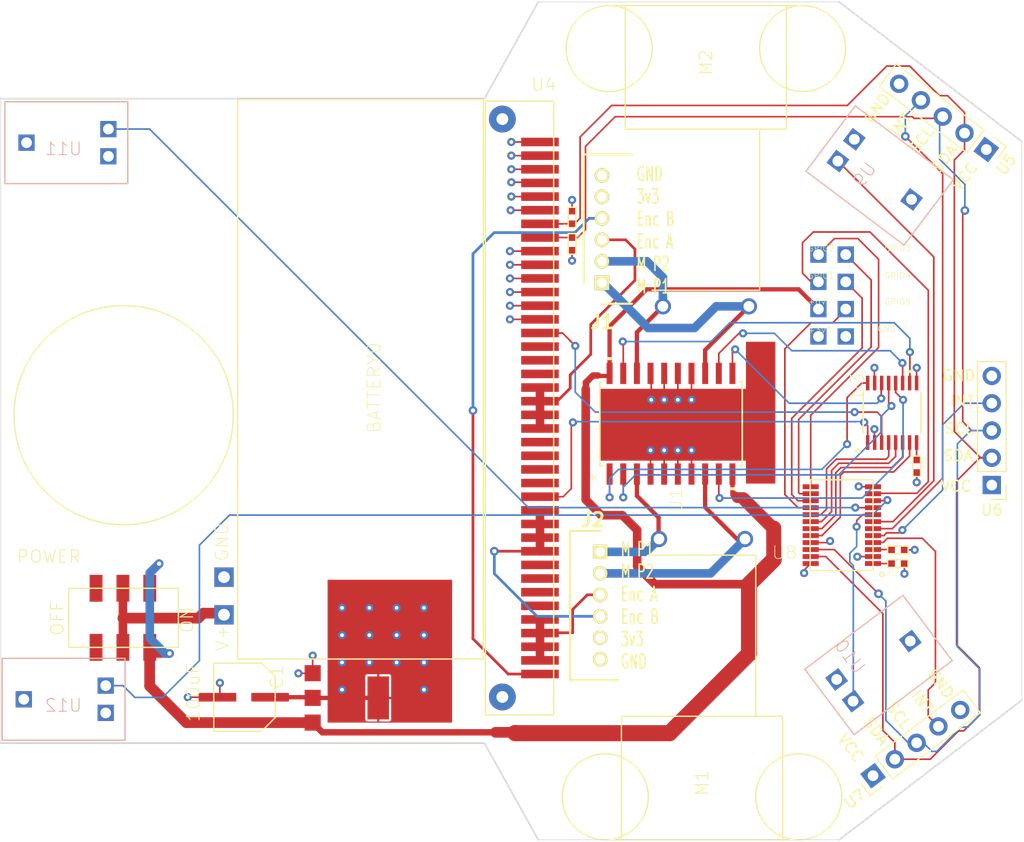
<source format=kicad_pcb>
(kicad_pcb (version 20211014) (generator pcbnew)
  (layers (0 "F.Cu" signal) (1 "In1.Cu" signal) (2 "In2.Cu" signal) (31 "B.Cu" signal) (34 "B.Paste" user) (35 "F.Paste" user) (36 "B.SilkS" user "B.Silkscreen") (37 "F.SilkS" user "F.Silkscreen") (38 "B.Mask" user) (39 "F.Mask" user) (44 "Edge.Cuts" user))
  (net 0 "")
  (net 1 "Net-(BATTERY0-Pad+)")
  (net 2 "/MR_B")
  (net 3 "/MR_A")
  (net 4 "/MR2")
  (net 5 "GND")
  (net 6 "+3V3")
  (net 7 "+5V")
  (net 8 "/MR1")
  (net 9 "/SDA")
  (net 10 "/SCL")
  (net 11 "/ML_B")
  (net 12 "Net-(R12-PadP$1)")
  (net 13 "Net-(R13-PadP$1)")
  (net 14 "/IO1")
  (net 15 "/IO2")
  (net 16 "/IO3")
  (net 17 "/IO4")
  (net 18 "/IO5")
  (net 19 "Net-(U1-Pad1)")
  (net 20 "Net-(U1-Pad2)")
  (net 21 "Net-(U1-Pad9)")
  (net 22 "Net-(U1-Pad11)")
  (net 23 "Net-(U1-Pad12)")
  (net 24 "Net-(U1-Pad19)")
  (net 25 "Net-(U3-Pad1)")
  (net 26 "Net-(U3-Pad3)")
  (net 27 "/INPUT_1")
  (net 28 "/INPUT_2")
  (net 29 "/INPUT_3")
  (net 30 "/INPUT_4")
  (net 31 "/ML_A")
  (net 32 "/ML2")
  (net 33 "/ML1")
  (net 34 "Net-(R11-PadP$1)")
  (net 45 "/XS3")
  (net 46 "/XS2")
  (net 47 "/XS1")
  (net 48 "/NW")
  (net 49 "/NE")
  (net 50 "/SW")
  (net 51 "/SE")
  (footprint "SO-20" (layer "F.Cu") (at 163.3581 105.2686 90)
    (fp_text reference "U1")
    (fp_text value "L293DD" hide)
  )
  (footprint "24-TSSOP" (layer "F.Cu") (at 182.1541 118.2861 180)
    (fp_text reference "U8")
    (fp_text value "TCA9539PWR" hide)
  )
  (footprint "" (layer "F.Cu") (at 103.5411 86.7836)
    (fp_text reference "@HOLE0" hide)
    (fp_text value "")
  )
  (footprint "Connector_PinHeader_2.54mm:PinHeader_1x05_P2.54mm_Vertical" (layer "F.Cu") (at 182.1541 138.0346 127)
    (fp_text reference "U7")
    (fp_text value "VL53L1X Left")
  )
  (footprint "" (layer "F.Cu") (at 103.5411 123.2236)
    (fp_text reference "@HOLE1" hide)
    (fp_text value "")
  )
  (footprint "Connector_PinHeader_2.54mm:PinHeader_1x05_P2.54mm_Vertical" (layer "F.Cu") (at 192.6951 79.7416 -127)
    (fp_text reference "U5")
    (fp_text value "VL53L1X Right")
  )
  (footprint "SamacSys_Parts:SHDR6W50P0X200_1X6_1390X450X600P" (layer "F.Cu") (at 156.93 92.15 -90)
    (fp_text reference "J1")
    (fp_text value "Right Motor" hide)
  )
  (footprint "N20-MOTOR-BRACKET" (layer "F.Cu") (at 157.2411 140.0036 90)
    (fp_text reference "M1")
    (fp_text value "N20_MOTOR" hide)
  )
  (footprint "RES_0402" (layer "F.Cu") (at 154.1506 87.9331 -90)
    (fp_text reference "R10")
    (fp_text value "10k" hide)
  )
  (footprint "Connector_PinHeader_2.54mm:PinHeader_1x05_P2.54mm_Vertical" (layer "F.Cu") (at 193.2031 110.9836 180)
    (fp_text reference "U6")
    (fp_text value "VL53L1X Center")
  )
  (footprint "RES_0402" (layer "F.Cu") (at 183.8686 118.2861)
    (fp_text reference "R13")
    (fp_text value "10k" hide)
  )
  (footprint "SamacSys_Parts:SHDR6W50P0X200_1X6_1390X450X600P" (layer "F.Cu") (at 156.77 117.2 90)
    (fp_text reference "J2")
    (fp_text value "Left Motor" hide)
  )
  (footprint "CYCLONE_MICROBIT_VERTICAL" (layer "F.Cu") (at 151.1661 79.0431 -90)
    (fp_text reference "U4")
    (fp_text value "BBC Micro:bit" hide)
  )
  (footprint "N20-MOTOR-BRACKET" (layer "F.Cu") (at 175.6011 70.3436 -90)
    (fp_text reference "M2")
    (fp_text value "N20_MOTOR" hide)
  )
  (footprint "" (layer "F.Cu") (at 193.0011 118.2236)
    (fp_text reference "@HOLE3" hide)
    (fp_text value "")
  )
  (footprint "RES_0402" (layer "F.Cu") (at 154.1506 86.6631 90)
    (fp_text reference "R9")
    (fp_text value "10k" hide)
  )
  (footprint "ALUMINUM_WURTH_100UF_865080243007" (layer "F.Cu") (at 125.2581 130.7321 -90)
    (fp_text reference "C1")
    (fp_text value "100uF")
  )
  (footprint "PW16-L" (layer "F.Cu") (at 183.9321 104.2526 90)
    (fp_text reference "U3")
    (fp_text value "TXB0106PWRPW16-L" hide)
  )
  (footprint "CASTER" (layer "F.Cu") (at 112.4311 94.4736)
    (fp_text reference "U$1" hide)
    (fp_text value "CASTER" hide)
  )
  (footprint "RES_0402" (layer "F.Cu") (at 183.8686 117.0161)
    (fp_text reference "R12")
    (fp_text value "10k" hide)
  )
  (footprint "SUMO_IO" (layer "F.Cu") (at 177.0741 97.1406 90)
    (fp_text reference "U$3" hide)
    (fp_text value "SUMO_IO" hide)
  )
  (footprint "" (layer "F.Cu") (at 193.0011 91.7836)
    (fp_text reference "@HOLE2" hide)
    (fp_text value "")
  )
  (footprint "SOT-223" (layer "F.Cu") (at 136.1166 130.7956 -90)
    (fp_text reference "U2" hide)
    (fp_text value "LM1117" hide)
  )
  (footprint "SWITCH_JS202011SCQN" (layer "F.Cu") (at 109.86 126.09 90)
    (fp_text reference "S1" hide)
    (fp_text value "POWER")
  )
  (footprint "BATTERY_HOLDER_AAA_2X2" (layer "F.Cu") (at 145.8956 127.1761 90)
    (fp_text reference "BATTERY0")
    (fp_text value "BATTERY_HOLDER_AAA_2X2" hide)
  )
  (footprint "RES_0402" (layer "F.Cu") (at 186.2181 108.6341 -90)
    (fp_text reference "R11")
    (fp_text value "10k" hide)
  )
  (footprint "QRE1113_MODULE" (layer "B.Cu") (at 180.5031 75.6776 -37)
    (fp_text reference "U9")
    (fp_text value "NW" hide)
  )
  (footprint "QRE1113_MODULE" (layer "B.Cu") (at 175.8041 128.1286 37)
    (fp_text reference "U10")
    (fp_text value "NE" hide)
  )
  (footprint "QRE1113_MODULE" (layer "B.Cu") (at 112.8121 82.9166 180)
    (fp_text reference "U11")
    (fp_text value "SW" hide)
  )
  (footprint "QRE1113_MODULE" (layer "B.Cu") (at 112.5581 134.7326 180)
    (fp_text reference "U12")
    (fp_text value "SE" hide)
  )
  (gr_line (start 101.0011 135.0036) (end 146.0011 135.0036) (layer "Edge.Cuts") (width 0.1524))
  (gr_line (start 146.0011 135.0036) (end 151.0011 144.0036) (layer "Edge.Cuts") (width 0.1524))
  (gr_line (start 146.0011 75.0036) (end 101.0011 75.0036) (layer "Edge.Cuts") (width 0.1524))
  (gr_line (start 179.0011 144.0036) (end 196.0011 131.0036) (layer "Edge.Cuts") (width 0.1524))
  (gr_line (start 196.0011 131.0036) (end 196.0011 79.0036) (layer "Edge.Cuts") (width 0.05))
  (gr_line (start 179.0011 66.0036) (end 151.0011 66.0036) (layer "Edge.Cuts") (width 0.05))
  (gr_line (start 101.0011 75.0036) (end 101.0011 135.0036) (layer "Edge.Cuts") (width 0.05))
  (gr_line (start 179.0011 66.0036) (end 196.0011 79.0036) (layer "Edge.Cuts") (width 0.1524))
  (gr_line (start 146.0011 75.0036) (end 151.0011 66.0036) (layer "Edge.Cuts") (width 0.1524))
  (gr_line (start 151.0011 144.0036) (end 179.0011 144.0036) (layer "Edge.Cuts") (width 0.05))
  (gr_text "GND\n3v3\nEnc B\nEnc A\nM P2\nM P1" (at 160.05 87.26) (layer "F.SilkS") (effects (font (size 1.3 0.8)) (justify left)))
  (gr_text "M P1\nM P2\nEnc A\nEnc B\n3v3\nGND" (at 158.58 122.19) (layer "F.SilkS") (effects (font (size 1.3 0.8)) (justify left)))
  (segment (start 121.7656 123.0561) (end 121.6195 122.91) (width 0.9) (layer "F.Cu") (net 1))
  (segment (start 112.36 123.37) (end 112.36 120.59) (width 0.8) (layer "F.Cu") (net 1))
  (segment (start 119.38 123.37) (end 119.84 122.91) (width 1) (layer "F.Cu") (net 1))
  (segment (start 121.6195 122.91) (end 119.84 122.91) (width 1) (layer "F.Cu") (net 1))
  (segment (start 112.36 123.37) (end 119.38 123.37) (width 1) (layer "F.Cu") (net 1))
  (segment (start 112.36 126.09) (end 112.36 123.37) (width 0.8) (layer "F.Cu") (net 1))
  (segment (start 144.93 104.04) (end 144.93 125.29) (width 0.254) (layer "F.Cu") (net 2))
  (segment (start 148.2131 128.5731) (end 151.1661 128.5731) (width 0.254) (layer "F.Cu") (net 2))
  (segment (start 144.93 125.29) (end 148.2131 128.5731) (width 0.254) (layer "F.Cu") (net 2))
  (via (at 144.93 104.04) (size 0.8) (drill 0.4) (layers "F.Cu" "B.Cu") (net 2))
  (segment (start 144.93 89.45) (end 146.9 87.48) (width 0.254) (layer "B.Cu") (net 2))
  (segment (start 154.41 87.48) (end 149.68 87.48) (width 0.25) (layer "B.Cu") (net 2))
  (segment (start 156.93 86.15) (end 155.74 86.15) (width 0.25) (layer "B.Cu") (net 2))
  (segment (start 155.74 86.15) (end 154.41 87.48) (width 0.25) (layer "B.Cu") (net 2))
  (segment (start 146.9 87.48) (end 149.68 87.48) (width 0.254) (layer "B.Cu") (net 2))
  (segment (start 144.93 104.04) (end 144.93 89.45) (width 0.254) (layer "B.Cu") (net 2))
  (segment (start 155.89 96.03) (end 155.89 98.81) (width 0.254) (layer "F.Cu") (net 3))
  (segment (start 151.1661 105.7131) (end 151.1661 104.4431) (width 0.8) (layer "F.Cu") (net 3))
  (segment (start 156.93 88.15) (end 159.13 88.15) (width 0.25) (layer "F.Cu") (net 3))
  (segment (start 152.7669 103.1731) (end 151.1661 103.1731) (width 0.254) (layer "F.Cu") (net 3))
  (segment (start 159.13 88.15) (end 160 89.02) (width 0.25) (layer "F.Cu") (net 3))
  (segment (start 151.1661 104.4431) (end 151.1661 103.1731) (width 0.8) (layer "F.Cu") (net 3))
  (segment (start 151.1661 103.1731) (end 151.1661 101.9031) (width 0.8) (layer "F.Cu") (net 3))
  (segment (start 153.98 100.72) (end 153.98 101.96) (width 0.254) (layer "F.Cu") (net 3))
  (segment (start 160 91.92) (end 155.89 96.03) (width 0.254) (layer "F.Cu") (net 3))
  (segment (start 155.89 98.81) (end 153.98 100.72) (width 0.254) (layer "F.Cu") (net 3))
  (segment (start 153.98 101.96) (end 152.7669 103.1731) (width 0.254) (layer "F.Cu") (net 3))
  (segment (start 160 89.02) (end 160 91.92) (width 0.254) (layer "F.Cu") (net 3))
  (segment (start 160.1831 96.7616) (end 162.6011 94.3436) (width 0.4) (layer "F.Cu") (net 4))
  (segment (start 160.1831 100.5823) (end 160.1831 96.7616) (width 0.4) (layer "F.Cu") (net 4))
  (segment (start 161.11 90.15) (end 162.6011 91.6411) (width 0.8) (layer "B.Cu") (net 4))
  (segment (start 156.93 90.15) (end 161.11 90.15) (width 0.8) (layer "B.Cu") (net 4))
  (segment (start 162.6011 91.6411) (end 162.6011 94.3436) (width 0.8) (layer "B.Cu") (net 4))
  (segment (start 151.1661 84.1231) (end 148.4991 84.1231) (width 0.1524) (layer "F.Cu") (net 5))
  (segment (start 151.1026 82.7896) (end 148.4991 82.7896) (width 0.1524) (layer "F.Cu") (net 5))
  (segment (start 151.1661 82.8531) (end 151.1026 82.7896) (width 0.1524) (layer "F.Cu") (net 5))
  (segment (start 180.7086 117.6361) (end 180.6936 117.6511) (width 0.1524) (layer "F.Cu") (net 5))
  (segment (start 162.7231 100.5823) (end 162.7231 103.0461) (width 0.1524) (layer "F.Cu") (net 5))
  (segment (start 165.2631 100.5823) (end 165.2631 103.0461) (width 0.1524) (layer "F.Cu") (net 5))
  (segment (start 121.3846 129.3986) (end 121.3846 130.5056) (width 0.1524) (layer "F.Cu") (net 5))
  (segment (start 151.1661 81.5831) (end 148.4991 81.5831) (width 0.1524) (layer "F.Cu") (net 5))
  (segment (start 121.3846 130.5056) (end 121.1581 130.7321) (width 0.1524) (layer "F.Cu") (net 5))
  (segment (start 161.4531 109.9549) (end 161.4531 107.7451) (width 0.1524) (layer "F.Cu") (net 5))
  (segment (start 162.7231 109.9549) (end 162.7231 107.7451) (width 0.1524) (layer "F.Cu") (net 5))
  (segment (start 130.0166 126.8626) (end 130.0206 126.8586) (width 0.1524) (layer "F.Cu") (net 5))
  (segment (start 151.1661 85.3931) (end 148.4356 85.3931) (width 0.1524) (layer "F.Cu") (net 5))
  (segment (start 151.1661 79.0431) (end 148.4991 79.0431) (width 0.1524) (layer "F.Cu") (net 5))
  (segment (start 163.9931 100.5823) (end 163.9931 103.0461) (width 0.1524) (layer "F.Cu") (net 5))
  (segment (start 161.4531 100.5823) (end 161.5166 100.6458) (width 0.1524) (layer "F.Cu") (net 5))
  (segment (start 186.2071 101.4832) (end 186.2071 100.0726) (width 0.1524) (layer "F.Cu") (net 5))
  (segment (start 182.1541 117.6361) (end 180.7086 117.6361) (width 0.1524) (layer "F.Cu") (net 5))
  (segment (start 163.9931 109.9549) (end 163.9931 107.7451) (width 0.1524) (layer "F.Cu") (net 5))
  (segment (start 176.3541 116.3361) (end 178.0081 116.3361) (width 0.1524) (layer "F.Cu") (net 5))
  (segment (start 182.1541 111.1361) (end 180.8461 111.1361) (width 0.1524) (layer "F.Cu") (net 5))
  (segment (start 151.1661 80.3131) (end 148.4991 80.3131) (width 0.1524) (layer "F.Cu") (net 5))
  (segment (start 121.1581 130.7321) (end 118.4001 130.7321) (width 0.1524) (layer "F.Cu") (net 5))
  (segment (start 161.5166 100.6458) (end 161.5166 103.0461) (width 0.1524) (layer "F.Cu") (net 5))
  (segment (start 165.2631 109.9549) (end 165.2631 107.7451) (width 0.1524) (layer "F.Cu") (net 5))
  (segment (start 178.0081 116.3361) (end 178.1536 116.1906) (width 0.1524) (layer "F.Cu") (net 5))
  (segment (start 186.2071 100.0726) (end 186.2181 100.0616) (width 0.1524) (layer "F.Cu") (net 5))
  (segment (start 130.0026 128.5096) (end 130.0166 128.4956) (width 0.1524) (layer "F.Cu") (net 5))
  (segment (start 128.6871 128.5096) (end 130.0026 128.5096) (width 0.1524) (layer "F.Cu") (net 5))
  (segment (start 130.0166 128.4956) (end 130.0166 126.8626) (width 0.1524) (layer "F.Cu") (net 5))
  (segment (start 180.8461 111.1361) (end 180.8206 111.1106) (width 0.1524) (layer "F.Cu") (net 5))
  (via (at 148.4991 84.1231) (size 0.7564) (drill 0.35) (layers "F.Cu" "B.Cu") (net 5))
  (via (at 161.4531 107.7451) (size 0.7564) (drill 0.35) (layers "F.Cu" "B.Cu") (net 5))
  (via (at 148.4991 81.5831) (size 0.7564) (drill 0.35) (layers "F.Cu" "B.Cu") (net 5))
  (via (at 118.4001 130.7321) (size 0.7564) (drill 0.35) (layers "F.Cu" "B.Cu") (net 5))
  (via (at 121.3846 129.3986) (size 0.7564) (drill 0.35) (layers "F.Cu" "B.Cu") (net 5))
  (via (at 186.2181 100.0616) (size 0.7564) (drill 0.35) (layers "F.Cu" "B.Cu") (net 5))
  (via (at 180.6936 117.6511) (size 0.7564) (drill 0.35) (layers "F.Cu" "B.Cu") (net 5))
  (via (at 163.9931 107.7451) (size 0.7564) (drill 0.35) (layers "F.Cu" "B.Cu") (net 5))
  (via (at 148.4991 80.3131) (size 0.7564) (drill 0.35) (layers "F.Cu" "B.Cu") (net 5))
  (via (at 165.2631 107.7451) (size 0.7564) (drill 0.35) (layers "F.Cu" "B.Cu") (net 5))
  (via (at 130.0206 126.8586) (size 0.7564) (drill 0.35) (layers "F.Cu" "B.Cu") (net 5))
  (via (at 165.2631 103.0461) (size 0.7564) (drill 0.35) (layers "F.Cu" "B.Cu") (net 5))
  (via (at 161.5166 103.0461) (size 0.7564) (drill 0.35) (layers "F.Cu" "B.Cu") (net 5))
  (via (at 162.7231 103.0461) (size 0.7564) (drill 0.35) (layers "F.Cu" "B.Cu") (net 5))
  (via (at 148.4356 85.3931) (size 0.7564) (drill 0.35) (layers "F.Cu" "B.Cu") (net 5))
  (via (at 178.1536 116.1906) (size 0.7564) (drill 0.35) (layers "F.Cu" "B.Cu") (net 5))
  (via (at 128.6871 128.5096) (size 0.7564) (drill 0.35) (layers "F.Cu" "B.Cu") (net 5))
  (via (at 162.7231 107.7451) (size 0.7564) (drill 0.35) (layers "F.Cu" "B.Cu") (net 5))
  (via (at 163.9931 103.0461) (size 0.7564) (drill 0.35) (layers "F.Cu" "B.Cu") (net 5))
  (via (at 180.8206 111.1106) (size 0.7564) (drill 0.35) (layers "F.Cu" "B.Cu") (net 5))
  (via (at 148.4991 82.7896) (size 0.7564) (drill 0.35) (layers "F.Cu" "B.Cu") (net 5))
  (via (at 148.4991 79.0431) (size 0.7564) (drill 0.35) (layers "F.Cu" "B.Cu") (net 5))
  (segment (start 182.2811 106.996) (end 182.2811 105.7766) (width 0.1524) (layer "F.Cu") (net 6))
  (segment (start 151.1661 95.5531) (end 148.3721 95.5531) (width 0.1524) (layer "F.Cu") (net 6))
  (segment (start 151.1661 93.0131) (end 148.3721 93.0131) (width 0.1524) (layer "F.Cu") (net 6))
  (segment (start 151.1661 89.2031) (end 148.3721 89.2031) (width 0.1524) (layer "F.Cu") (net 6))
  (segment (start 186.2181 109.8281) (end 186.2181 110.7296) (width 0.1524) (layer "F.Cu") (net 6))
  (segment (start 154.1506 89.1271) (end 154.1506 90.0921) (width 0.1524) (layer "F.Cu") (net 6))
  (segment (start 185.0751 118.2986) (end 185.0751 119.2386) (width 0.1524) (layer "F.Cu") (net 6))
  (segment (start 182.3071 107.022) (end 182.2811 106.996) (width 0.1524) (layer "F.Cu") (net 6))
  (segment (start 185.0626 117.0161) (end 186.0276 117.0161) (width 0.1524) (layer "F.Cu") (net 6))
  (segment (start 151.1661 91.7431) (end 148.3721 91.7431) (width 0.1524) (layer "F.Cu") (net 6))
  (segment (start 185.0626 118.2861) (end 185.0751 118.2986) (width 0.1524) (layer "F.Cu") (net 6))
  (segment (start 130.0166 130.7956) (end 136.1166 130.7956) (width 0.4) (layer "F.Cu") (net 6))
  (segment (start 175.7406 118.8996) (end 175.7406 119.1751) (width 0.1524) (layer "F.Cu") (net 6))
  (segment (start 129.9531 130.7321) (end 126.0581 130.7321) (width 0.4) (layer "F.Cu") (net 6))
  (segment (start 151.1661 90.4731) (end 148.3721 90.4731) (width 0.1524) (layer "F.Cu") (net 6))
  (segment (start 176.3541 118.2861) (end 175.7406 118.8996) (width 0.1524) (layer "F.Cu") (net 6))
  (segment (start 154.1506 85.4691) (end 154.1506 84.4406) (width 0.1524) (layer "F.Cu") (net 6))
  (segment (start 151.1661 94.2831) (end 148.3721 94.2831) (width 0.1524) (layer "F.Cu") (net 6))
  (segment (start 129.9531 130.7321) (end 130.0166 130.7956) (width 0.1524) (layer "F.Cu") (net 6))
  (via (at 186.2181 110.7296) (size 0.7564) (drill 0.35) (layers "F.Cu" "B.Cu") (net 6))
  (via (at 148.3721 90.4731) (size 0.7564) (drill 0.35) (layers "F.Cu" "B.Cu") (net 6))
  (via (at 137.8311 124.9536) (size 0.7564) (drill 0.35) (layers "F.Cu" "B.Cu") (net 6))
  (via (at 135.2911 124.9536) (size 0.7564) (drill 0.35) (layers "F.Cu" "B.Cu") (net 6))
  (via (at 182.2811 105.7766) (size 0.7564) (drill 0.35) (layers "F.Cu" "B.Cu") (net 6))
  (via (at 154.1506 84.4406) (size 0.7564) (drill 0.35) (layers "F.Cu" "B.Cu") (net 6))
  (via (at 140.3711 130.0336) (size 0.7564) (drill 0.35) (layers "F.Cu" "B.Cu") (net 6))
  (via (at 140.3711 124.9536) (size 0.7564) (drill 0.35) (layers "F.Cu" "B.Cu") (net 6))
  (via (at 135.2911 127.4936) (size 0.7564) (drill 0.35) (layers "F.Cu" "B.Cu") (net 6))
  (via (at 135.2911 122.4136) (size 0.7564) (drill 0.35) (layers "F.Cu" "B.Cu") (net 6))
  (via (at 148.3721 91.7431) (size 0.7564) (drill 0.35) (layers "F.Cu" "B.Cu") (net 6))
  (via (at 132.7511 127.4936) (size 0.7564) (drill 0.35) (layers "F.Cu" "B.Cu") (net 6))
  (via (at 148.3721 95.5531) (size 0.7564) (drill 0.35) (layers "F.Cu" "B.Cu") (net 6))
  (via (at 137.8311 122.4136) (size 0.7564) (drill 0.35) (layers "F.Cu" "B.Cu") (net 6))
  (via (at 185.0751 119.2386) (size 0.7564) (drill 0.35) (layers "F.Cu" "B.Cu") (net 6))
  (via (at 154.1506 90.0921) (size 0.7564) (drill 0.35) (layers "F.Cu" "B.Cu") (net 6))
  (via (at 132.7511 124.9536) (size 0.7564) (drill 0.35) (layers "F.Cu" "B.Cu") (net 6))
  (via (at 175.7406 119.1751) (size 0.7564) (drill 0.35) (layers "F.Cu" "B.Cu") (net 6))
  (via (at 140.3711 122.4136) (size 0.7564) (drill 0.35) (layers "F.Cu" "B.Cu") (net 6))
  (via (at 140.3711 127.4936) (size 0.7564) (drill 0.35) (layers "F.Cu" "B.Cu") (net 6))
  (via (at 132.7511 130.0336) (size 0.7564) (drill 0.35) (layers "F.Cu" "B.Cu") (net 6))
  (via (at 137.8311 127.4936) (size 0.7564) (drill 0.35) (layers "F.Cu" "B.Cu") (net 6))
  (via (at 148.3721 89.2031) (size 0.7564) (drill 0.35) (layers "F.Cu" "B.Cu") (net 6))
  (via (at 132.7511 122.4136) (size 0.7564) (drill 0.35) (layers "F.Cu" "B.Cu") (net 6))
  (via (at 186.0276 117.0161) (size 0.7564) (drill 0.35) (layers "F.Cu" "B.Cu") (net 6))
  (via (at 148.3721 93.0131) (size 0.7564) (drill 0.35) (layers "F.Cu" "B.Cu") (net 6))
  (via (at 148.3721 94.2831) (size 0.7564) (drill 0.35) (layers "F.Cu" "B.Cu") (net 6))
  (segment (start 160.21 115.17) (end 160.21 118.56) (width 0.8) (layer "F.Cu") (net 7))
  (segment (start 157.6431 100.5823) (end 157.4018 100.8236) (width 0.1524) (layer "F.Cu") (net 7))
  (segment (start 161.86 120.21) (end 170.62 120.21) (width 0.8) (layer "F.Cu") (net 7))
  (segment (start 148.77 134) (end 147.03 134) (width 1) (layer "F.Cu") (net 7))
  (segment (start 163.22 134.08) (end 170.62 126.68) (width 1.5) (layer "F.Cu") (net 7))
  (segment (start 130.0166 133.0956) (end 130.5412 133.6202) (width 0.1524) (layer "F.Cu") (net 7))
  (segment (start 157.4018 100.8236) (end 156.7364 100.8236) (width 0.4) (layer "F.Cu") (net 7))
  (segment (start 114.86 119.62) (end 114.86 119.17) (width 0.8) (layer "F.Cu") (net 7))
  (segment (start 114.85 129.69) (end 114.85 126.1) (width 1) (layer "F.Cu") (net 7))
  (segment (start 130.0166 133.0956) (end 118.2556 133.0956) (width 1) (layer "F.Cu") (net 7))
  (segment (start 170.62 126.68) (end 170.62 120.21) (width 1.5) (layer "F.Cu") (net 7))
  (segment (start 148.85 134.06) (end 148.87 134.08) (width 1.5) (layer "F.Cu") (net 7))
  (segment (start 169.0731 111.7331) (end 169.22 111.88) (width 0.4) (layer "F.Cu") (net 7))
  (segment (start 161.0809 92.7591) (end 157.6431 96.1969) (width 0.4) (layer "F.Cu") (net 7))
  (segment (start 169.0731 109.9549) (end 169.0731 111.7331) (width 0.4) (layer "F.Cu") (net 7))
  (segment (start 172.9169 117.9131) (end 172.9169 114.9869) (width 1.4) (layer "F.Cu") (net 7))
  (segment (start 130.5412 133.6202) (end 130.921 134) (width 0.6) (layer "F.Cu") (net 7))
  (segment (start 130.921 134) (end 147.03 134) (width 0.6) (layer "F.Cu") (net 7))
  (segment (start 169.22 111.88) (end 169.4331 112.0931) (width 0.7) (layer "F.Cu") (net 7))
  (segment (start 160.21 118.56) (end 161.86 120.21) (width 0.8) (layer "F.Cu") (net 7))
  (segment (start 172.9938 115.1438) (end 170.21 112.36) (width 1.2) (layer "F.Cu") (net 7))
  (segment (start 155.44 101.42) (end 155.44 101.96) (width 0.6) (layer "F.Cu") (net 7))
  (segment (start 114.86 119.17) (end 115.73 118.3) (width 0.8) (layer "F.Cu") (net 7))
  (segment (start 182.2811 101.457197) (end 182.2811 100.0616) (width 0.1524) (layer "F.Cu") (net 7))
  (segment (start 114.85 126.66) (end 114.85 129.69) (width 0.8) (layer "F.Cu") (net 7))
  (segment (start 156.87 113.79) (end 158.83 113.79) (width 0.8) (layer "F.Cu") (net 7))
  (segment (start 114.85 126.1) (end 114.86 126.09) (width 1) (layer "F.Cu") (net 7))
  (segment (start 170.62 120.21) (end 172.9169 117.9131) (width 1.5) (layer "F.Cu") (net 7))
  (segment (start 177.0741 94.6006) (end 175.2326 92.7591) (width 0.4) (layer "F.Cu") (net 7))
  (segment (start 118.2556 133.0956) (end 114.85 129.69) (width 1) (layer "F.Cu") (net 7))
  (segment (start 169.525 112.15) (end 170.115 112.15) (width 1) (layer "F.Cu") (net 7))
  (segment (start 114.86 120.59) (end 114.86 119.62) (width 0.8) (layer "F.Cu") (net 7))
  (segment (start 155.42 112.34) (end 156.87 113.79) (width 0.8) (layer "F.Cu") (net 7))
  (segment (start 156.084575 100.785425) (end 155.455425 101.414575) (width 0.6) (layer "F.Cu") (net 7))
  (segment (start 116.7 126.66) (end 114.85 126.66) (width 0.8) (layer "F.Cu") (net 7))
  (segment (start 148.87 134.08) (end 163.22 134.08) (width 1.5) (layer "F.Cu") (net 7))
  (segment (start 155.42 102.04) (end 155.42 112.34) (width 0.8) (layer "F.Cu") (net 7))
  (segment (start 182.307103 101.4832) (end 182.2811 101.457197) (width 0.1524) (layer "F.Cu") (net 7))
  (segment (start 158.83 113.79) (end 160.21 115.17) (width 0.8) (layer "F.Cu") (net 7))
  (segment (start 175.2326 92.7591) (end 161.0809 92.7591) (width 0.4) (layer "F.Cu") (net 7))
  (segment (start 157.6431 96.1969) (end 157.6431 100.5823) (width 0.4) (layer "F.Cu") (net 7))
  (segment (start 156.56915 100.78085) (end 156.13915 100.78085) (width 0.6) (layer "F.Cu") (net 7))
  (via (at 116.7 126.66) (size 0.8) (drill 0.4) (layers "F.Cu" "B.Cu") (net 7))
  (via (at 115.73 118.3) (size 0.8) (drill 0.4) (layers "F.Cu" "B.Cu") (net 7))
  (via (at 182.2811 100.0616) (size 0.7564) (drill 0.35) (layers "F.Cu" "B.Cu") (net 7))
  (segment (start 114.86 119.17) (end 114.86 125.23) (width 0.8) (layer "B.Cu") (net 7))
  (segment (start 114.86 125.23) (end 116.29 126.66) (width 0.8) (layer "B.Cu") (net 7))
  (segment (start 116.29 126.66) (end 116.7 126.66) (width 0.8) (layer "B.Cu") (net 7))
  (segment (start 115.73 118.3) (end 114.86 119.17) (width 0.8) (layer "B.Cu") (net 7))
  (segment (start 166.5331 100.5823) (end 166.5331 98.4116) (width 0.4) (layer "F.Cu") (net 8))
  (segment (start 166.5331 98.4116) (end 170.6011 94.3436) (width 0.4) (layer "F.Cu") (net 8))
  (segment (start 167.5564 94.3436) (end 170.6011 94.3436) (width 0.8) (layer "B.Cu") (net 8))
  (segment (start 161.23 96.36) (end 165.54 96.36) (width 0.8) (layer "B.Cu") (net 8))
  (segment (start 156.93 92.15) (end 157.02 92.15) (width 0.8) (layer "B.Cu") (net 8))
  (segment (start 157.02 92.15) (end 161.23 96.36) (width 0.8) (layer "B.Cu") (net 8))
  (segment (start 165.54 96.36) (end 167.5564 94.3436) (width 0.8) (layer "B.Cu") (net 8))
  (segment (start 190.666566 79.763434) (end 189.72 80.71) (width 0.1524) (layer "F.Cu") (net 9))
  (segment (start 190.11 133.87) (end 187.47401 136.50599) (width 0.1524) (layer "F.Cu") (net 9))
  (segment (start 154.9 86.14) (end 154.9 78.57) (width 0.1524) (layer "F.Cu") (net 9))
  (segment (start 176.3541 117.6361) (end 177.7576 117.6361) (width 0.1524) (layer "F.Cu") (net 9))
  (segment (start 184.182634 134.942634) (end 184.182634 136.50599) (width 0.1524) (layer "F.Cu") (net 9))
  (segment (start 154.9 78.57) (end 157.83 75.64) (width 0.1524) (layer "F.Cu") (net 9))
  (segment (start 190.666566 78.21299) (end 190.666566 79.763434) (width 0.1524) (layer "F.Cu") (net 9))
  (segment (start 154.1506 86.6631) (end 154.3769 86.6631) (width 0.1524) (layer "F.Cu") (net 9))
  (segment (start 190.666566 76.306566) (end 190.666566 78.21299) (width 0.1524) (layer "F.Cu") (net 9))
  (segment (start 183.07 133.83) (end 184.182634 134.942634) (width 0.1524) (layer "F.Cu") (net 9))
  (segment (start 181.13075 121.00925) (end 183.07 122.9485) (width 0.1524) (layer "F.Cu") (net 9))
  (segment (start 192.1636 108.4436) (end 193.2031 108.4436) (width 0.1524) (layer "F.Cu") (net 9))
  (segment (start 189.72 106) (end 192.1636 108.4436) (width 0.1524) (layer "F.Cu") (net 9))
  (segment (start 183.07 122.9485) (end 183.07 133.83) (width 0.1524) (layer "F.Cu") (net 9))
  (segment (start 187.47401 136.50599) (end 184.182634 136.50599) (width 0.1524) (layer "F.Cu") (net 9))
  (segment (start 189.09 74.73) (end 190.666566 76.306566) (width 0.1524) (layer "F.Cu") (net 9))
  (segment (start 189.93 110.6) (end 189.93 125.86) (width 0.1524) (layer "F.Cu") (net 9))
  (segment (start 183.43 71.97) (end 185.56 71.97) (width 0.1524) (layer "F.Cu") (net 9))
  (segment (start 190.58 133.87) (end 190.11 133.87) (width 0.1524) (layer "F.Cu") (net 9))
  (segment (start 189.93 125.86) (end 192.04 127.97) (width 0.1524) (layer "F.Cu") (net 9))
  (segment (start 177.7576 117.6361) (end 181.13075 121.00925) (width 0.1524) (layer "F.Cu") (net 9))
  (segment (start 192.04 132.41) (end 190.58 133.87) (width 0.1524) (layer "F.Cu") (net 9))
  (segment (start 189.72 80.71) (end 189.72 106) (width 0.1524) (layer "F.Cu") (net 9))
  (segment (start 151.1661 86.6631) (end 154.1506 86.6631) (width 0.1524) (layer "F.Cu") (net 9))
  (segment (start 192.0864 108.4436) (end 189.93 110.6) (width 0.1524) (layer "F.Cu") (net 9))
  (segment (start 193.2031 108.4436) (end 192.0864 108.4436) (width 0.1524) (layer "F.Cu") (net 9))
  (segment (start 188.32 74.73) (end 189.09 74.73) (width 0.1524) (layer "F.Cu") (net 9))
  (segment (start 185.56 71.97) (end 188.32 74.73) (width 0.1524) (layer "F.Cu") (net 9))
  (segment (start 192.04 127.97) (end 192.04 132.41) (width 0.1524) (layer "F.Cu") (net 9))
  (segment (start 179.76 75.64) (end 183.43 71.97) (width 0.1524) (layer "F.Cu") (net 9))
  (segment (start 157.83 75.64) (end 179.76 75.64) (width 0.1524) (layer "F.Cu") (net 9))
  (segment (start 154.3769 86.6631) (end 154.9 86.14) (width 0.1524) (layer "F.Cu") (net 9))
  (segment (start 155.4 79.45) (end 158.165618 76.684382) (width 0.1524) (layer "F.Cu") (net 10))
  (segment (start 190.7 85.42) (end 190.5 85.62) (width 0.1524) (layer "F.Cu") (net 10))
  (segment (start 178.5461 116.9861) (end 182.66 121.1) (width 0.1524) (layer "F.Cu") (net 10))
  (segment (start 176.3541 116.9861) (end 178.5461 116.9861) (width 0.1524) (layer "F.Cu") (net 10))
  (segment (start 185.814382 76.684382) (end 185.97 76.84) (width 0.1524) (layer "F.Cu") (net 10))
  (segment (start 155.4 87.2062) (end 155.4 79.45) (width 0.1524) (layer "F.Cu") (net 10))
  (segment (start 190.5 85.62) (end 190.5 105.08) (width 0.1524) (layer "F.Cu") (net 10))
  (segment (start 158.165618 76.684382) (end 185.814382 76.684382) (width 0.1524) (layer "F.Cu") (net 10))
  (segment (start 188.482412 76.84) (end 188.638032 76.68438) (width 0.1524) (layer "F.Cu") (net 10))
  (segment (start 190.5 105.08) (end 191.3236 105.9036) (width 0.1524) (layer "F.Cu") (net 10))
  (segment (start 185.97 76.84) (end 188.482412 76.84) (width 0.1524) (layer "F.Cu") (net 10))
  (segment (start 154.6731 87.9331) (end 155.4 87.2062) (width 0.1524) (layer "F.Cu") (net 10))
  (segment (start 191.3236 105.9036) (end 193.2031 105.9036) (width 0.1524) (layer "F.Cu") (net 10))
  (segment (start 154.1506 87.9331) (end 154.6731 87.9331) (width 0.1524) (layer "F.Cu") (net 10))
  (segment (start 151.1661 87.9331) (end 154.1506 87.9331) (width 0.1524) (layer "F.Cu") (net 10))
  (via (at 182.66 121.1) (size 0.8) (drill 0.4) (layers "F.Cu" "B.Cu") (net 10))
  (via (at 190.7 85.42) (size 0.8) (drill 0.4) (layers "F.Cu" "B.Cu") (net 10))
  (segment (start 188.35 80.64) (end 188.35 76.972412) (width 0.1524) (layer "B.Cu") (net 10))
  (segment (start 190 126.03) (end 190 107.15) (width 0.1524) (layer "B.Cu") (net 10))
  (segment (start 187.64 135.78) (end 188.09 135.78) (width 0.1524) (layer "B.Cu") (net 10))
  (segment (start 190.36 133.51) (end 190.99 133.51) (width 0.1524) (layer "B.Cu") (net 10))
  (segment (start 190.7 82.99) (end 188.35 80.64) (width 0.1524) (layer "B.Cu") (net 10))
  (segment (start 191.2464 105.9036) (end 193.2031 105.9036) (width 0.1524) (layer "B.Cu") (net 10))
  (segment (start 192.09 132.39) (end 192.09 128.12) (width 0.1524) (layer "B.Cu") (net 10))
  (segment (start 182.66 121.1) (end 183.35 121.79) (width 0.1524) (layer "B.Cu") (net 10))
  (segment (start 188.35 76.972412) (end 188.638032 76.68438) (width 0.1524) (layer "B.Cu") (net 10))
  (segment (start 185.43738 134.97738) (end 186.211168 134.97738) (width 0.1524) (layer "B.Cu") (net 10))
  (segment (start 190.99 133.51) (end 190.98 133.5) (width 0.1524) (layer "B.Cu") (net 10))
  (segment (start 190.98 133.5) (end 192.09 132.39) (width 0.1524) (layer "B.Cu") (net 10))
  (segment (start 190 107.15) (end 191.2464 105.9036) (width 0.1524) (layer "B.Cu") (net 10))
  (segment (start 188.09 135.78) (end 190.36 133.51) (width 0.1524) (layer "B.Cu") (net 10))
  (segment (start 183.35 121.79) (end 183.35 132.89) (width 0.1524) (layer "B.Cu") (net 10))
  (segment (start 186.211168 134.97738) (end 186.83738 134.97738) (width 0.1524) (layer "B.Cu") (net 10))
  (segment (start 190.7 85.42) (end 190.7 82.99) (width 0.1524) (layer "B.Cu") (net 10))
  (segment (start 192.09 128.12) (end 190 126.03) (width 0.1524) (layer "B.Cu") (net 10))
  (segment (start 183.35 132.89) (end 185.43738 134.97738) (width 0.1524) (layer "B.Cu") (net 10))
  (segment (start 186.83738 134.97738) (end 187.64 135.78) (width 0.1524) (layer "B.Cu") (net 10))
  (segment (start 151.1661 117.1431) (end 151.1661 115.8731) (width 0.8) (layer "F.Cu") (net 11))
  (segment (start 151.163 117.14) (end 151.1661 117.1431) (width 0.254) (layer "F.Cu") (net 11))
  (segment (start 151.1661 115.8731) (end 151.1661 114.6031) (width 0.8) (layer "F.Cu") (net 11))
  (segment (start 146.92 117.14) (end 151.163 117.14) (width 0.254) (layer "F.Cu") (net 11))
  (segment (start 151.1661 114.6031) (end 151.1661 113.3331) (width 0.8) (layer "F.Cu") (net 11))
  (via (at 146.92 117.14) (size 0.8) (drill 0.4) (layers "F.Cu" "B.Cu") (net 11))
  (segment (start 156.77 123.2) (end 150.89 123.2) (width 0.25) (layer "B.Cu") (net 11))
  (segment (start 146.92 119.23) (end 146.92 117.14) (width 0.254) (layer "B.Cu") (net 11))
  (segment (start 150.89 123.2) (end 146.92 119.23) (width 0.25) (layer "B.Cu") (net 11))
  (segment (start 183.8386 116.9861) (end 183.8686 117.0161) (width 0.1524) (layer "F.Cu") (net 12))
  (segment (start 182.1541 116.9861) (end 183.8386 116.9861) (width 0.1524) (layer "F.Cu") (net 12))
  (segment (start 182.1541 118.2861) (end 183.8686 118.2861) (width 0.1524) (layer "F.Cu") (net 13))
  (segment (start 176.59 87.42) (end 181.87 87.42) (width 0.1524) (layer "F.Cu") (net 14))
  (segment (start 187.2976 92.8476) (end 187.2976 110.6661) (width 0.1524) (layer "F.Cu") (net 14))
  (segment (start 186.2181 111.7456) (end 182.1946 111.7456) (width 0.1524) (layer "F.Cu") (net 14))
  (segment (start 182.1946 111.7456) (end 182.1541 111.7861) (width 0.1524) (layer "F.Cu") (net 14))
  (segment (start 177.0741 92.0606) (end 176.3906 92.0606) (width 0.1524) (layer "F.Cu") (net 14))
  (segment (start 187.2976 110.6661) (end 186.2181 111.7456) (width 0.1524) (layer "F.Cu") (net 14))
  (segment (start 175.59 88.42) (end 176.59 87.42) (width 0.1524) (layer "F.Cu") (net 14))
  (segment (start 181.87 87.42) (end 187.2976 92.8476) (width 0.1524) (layer "F.Cu") (net 14))
  (segment (start 175.59 91.26) (end 175.59 88.42) (width 0.1524) (layer "F.Cu") (net 14))
  (segment (start 176.3906 92.0606) (end 175.59 91.26) (width 0.1524) (layer "F.Cu") (net 14))
  (segment (start 182.67 89.96) (end 180.74 88.03) (width 0.1524) (layer "F.Cu") (net 15))
  (segment (start 176.3541 104.4859) (end 182.67 98.17) (width 0.1524) (layer "F.Cu") (net 15))
  (segment (start 178.5647 88.03) (end 177.0741 89.5206) (width 0.1524) (layer "F.Cu") (net 15))
  (segment (start 180.74 88.03) (end 178.5647 88.03) (width 0.1524) (layer "F.Cu") (net 15))
  (segment (start 176.3541 111.1361) (end 176.3541 104.4859) (width 0.1524) (layer "F.Cu") (net 15))
  (segment (start 182.67 98.17) (end 182.67 89.96) (width 0.1524) (layer "F.Cu") (net 15))
  (segment (start 175.3366 111.7861) (end 175.2326 111.6821) (width 0.1524) (layer "F.Cu") (net 16))
  (segment (start 181.98 91.8865) (end 179.6141 89.5206) (width 0.1524) (layer "F.Cu") (net 16))
  (segment (start 175.2326 111.6821) (end 175.2326 104.8774) (width 0.1524) (layer "F.Cu") (net 16))
  (segment (start 181.98 98.13) (end 181.98 91.8865) (width 0.1524) (layer "F.Cu") (net 16))
  (segment (start 176.3541 111.7861) (end 175.3366 111.7861) (width 0.1524) (layer "F.Cu") (net 16))
  (segment (start 175.2326 104.8774) (end 181.98 98.13) (width 0.1524) (layer "F.Cu") (net 16))
  (segment (start 175.1611 112.4361) (end 174.59 111.865) (width 0.1524) (layer "F.Cu") (net 17))
  (segment (start 181.1381 93.5846) (end 179.6141 92.0606) (width 0.1524) (layer "F.Cu") (net 17))
  (segment (start 181.1381 98.21975) (end 181.1381 93.5846) (width 0.1524) (layer "F.Cu") (net 17))
  (segment (start 176.3541 112.4361) (end 175.1611 112.4361) (width 0.1524) (layer "F.Cu") (net 17))
  (segment (start 174.59 111.865) (end 174.59 104.76785) (width 0.1524) (layer "F.Cu") (net 17))
  (segment (start 174.59 104.76785) (end 181.1381 98.21975) (width 0.1524) (layer "F.Cu") (net 17))
  (segment (start 173.95 111.86) (end 173.95 98.2962) (width 0.1524) (layer "F.Cu") (net 18))
  (segment (start 179.6141 94.6641) (end 179.6141 94.6006) (width 0.1524) (layer "F.Cu") (net 18))
  (segment (start 178.4076 95.8706) (end 179.6141 94.6641) (width 0.1524) (layer "F.Cu") (net 18))
  (segment (start 173.95 98.2962) (end 176.3756 95.8706) (width 0.1524) (layer "F.Cu") (net 18))
  (segment (start 176.3541 113.0861) (end 175.1761 113.0861) (width 0.1524) (layer "F.Cu") (net 18))
  (segment (start 175.1761 113.0861) (end 173.95 111.86) (width 0.1524) (layer "F.Cu") (net 18))
  (segment (start 176.3756 95.8706) (end 178.4076 95.8706) (width 0.1524) (layer "F.Cu") (net 18))
  (segment (start 157.6431 109.9549) (end 157.6431 112.1266) (width 0.1524) (layer "F.Cu") (net 19))
  (segment (start 181.0968 101.4832) (end 179.7411 102.8389) (width 0.1524) (layer "F.Cu") (net 19))
  (segment (start 179.7411 102.8389) (end 179.7411 107.1736) (width 0.1524) (layer "F.Cu") (net 19))
  (segment (start 181.6571 101.4832) (end 181.0968 101.4832) (width 0.1524) (layer "F.Cu") (net 19))
  (via (at 157.6431 112.1266) (size 0.7564) (drill 0.35) (layers "F.Cu" "B.Cu") (net 19))
  (via (at 179.7411 107.1736) (size 0.7564) (drill 0.35) (layers "F.Cu" "B.Cu") (net 19))
  (segment (start 158.4686 109.5231) (end 157.6431 110.3486) (width 0.1524) (layer "B.Cu") (net 19))
  (segment (start 157.6431 110.3486) (end 157.6431 112.1266) (width 0.1524) (layer "B.Cu") (net 19))
  (segment (start 177.3916 109.5231) (end 158.4686 109.5231) (width 0.1524) (layer "B.Cu") (net 19))
  (segment (start 179.7411 107.1736) (end 177.3916 109.5231) (width 0.1524) (layer "B.Cu") (net 19))
  (segment (start 183.607103 103.356104) (end 183.8686 103.6176) (width 0.1524) (layer "F.Cu") (net 20))
  (segment (start 183.607103 101.4832) (end 183.607103 103.356104) (width 0.1524) (layer "F.Cu") (net 20))
  (segment (start 158.9131 109.9549) (end 158.9131 112.1266) (width 0.1524) (layer "F.Cu") (net 20))
  (via (at 158.9131 112.1266) (size 0.7564) (drill 0.35) (layers "F.Cu" "B.Cu") (net 20))
  (via (at 183.8686 103.6176) (size 0.7564) (drill 0.35) (layers "F.Cu" "B.Cu") (net 20))
  (segment (start 182.8879 106.09145) (end 178.94825 110.0311) (width 0.1524) (layer "B.Cu") (net 20))
  (segment (start 182.8879 104.5983) (end 182.8879 106.09145) (width 0.1524) (layer "B.Cu") (net 20))
  (segment (start 158.9131 111.1741) (end 158.9131 112.1266) (width 0.1524) (layer "B.Cu") (net 20))
  (segment (start 178.94825 110.0311) (end 160.0561 110.0311) (width 0.1524) (layer "B.Cu") (net 20))
  (segment (start 183.8686 103.6176) (end 182.8879 104.5983) (width 0.1524) (layer "B.Cu") (net 20))
  (segment (start 160.0561 110.0311) (end 158.9131 111.1741) (width 0.1524) (layer "B.Cu") (net 20))
  (segment (start 167.8031 112.1266) (end 167.8031 109.9549) (width 0.1524) (layer "F.Cu") (net 21))
  (segment (start 184.2571 102.3551) (end 184.9481 103.0461) (width 0.1524) (layer "F.Cu") (net 21))
  (segment (start 167.8666 112.1901) (end 167.8031 112.1266) (width 0.1524) (layer "F.Cu") (net 21))
  (segment (start 184.2571 101.4832) (end 184.2571 102.3551) (width 0.1524) (layer "F.Cu") (net 21))
  (via (at 167.8666 112.1901) (size 0.7564) (drill 0.35) (layers "F.Cu" "B.Cu") (net 21))
  (via (at 184.9481 103.0461) (size 0.7564) (drill 0.35) (layers "F.Cu" "B.Cu") (net 21))
  (segment (start 184.9481 108.3801) (end 181.1381 112.1901) (width 0.1524) (layer "B.Cu") (net 21))
  (segment (start 181.1381 112.1901) (end 167.8666 112.1901) (width 0.1524) (layer "B.Cu") (net 21))
  (segment (start 184.9481 103.0461) (end 184.9481 108.3801) (width 0.1524) (layer "B.Cu") (net 21))
  (segment (start 182.9161 101.5242) (end 182.9571 101.4832) (width 0.1524) (layer "F.Cu") (net 22))
  (segment (start 169.0731 98.6011) (end 169.3271 98.3471) (width 0.1524) (layer "F.Cu") (net 22))
  (segment (start 169.0731 100.5823) (end 169.0731 98.6011) (width 0.1524) (layer "F.Cu") (net 22))
  (segment (start 182.9161 102.9191) (end 182.9161 101.5242) (width 0.1524) (layer "F.Cu") (net 22))
  (via (at 169.3271 98.3471) (size 0.7564) (drill 0.35) (layers "F.Cu" "B.Cu") (net 22))
  (via (at 182.9161 102.9191) (size 0.7564) (drill 0.35) (layers "F.Cu" "B.Cu") (net 22))
  (segment (start 182.5351 103.3636) (end 182.9161 102.9826) (width 0.1524) (layer "B.Cu") (net 22))
  (segment (start 174.3436 103.3636) (end 182.5351 103.3636) (width 0.1524) (layer "B.Cu") (net 22))
  (segment (start 169.3271 98.3471) (end 174.3436 103.3636) (width 0.1524) (layer "B.Cu") (net 22))
  (segment (start 182.9161 102.9826) (end 182.9161 102.9191) (width 0.1524) (layer "B.Cu") (net 22))
  (segment (start 184.9071 99.6396) (end 184.9071 101.4832) (width 0.1524) (layer "F.Cu") (net 23))
  (segment (start 167.8031 100.5823) (end 167.8031 98.7281) (width 0.1524) (layer "F.Cu") (net 23))
  (segment (start 167.8031 98.7281) (end 169.86685 96.66435) (width 0.1524) (layer "F.Cu") (net 23))
  (segment (start 169.86685 96.66435) (end 170.05735 96.85485) (width 0.1524) (layer "F.Cu") (net 23))
  (segment (start 184.8846 99.6171) (end 184.9071 99.6396) (width 0.1524) (layer "F.Cu") (net 23))
  (via (at 170.05735 96.85485) (size 0.7564) (drill 0.35) (layers "F.Cu" "B.Cu") (net 23))
  (via (at 184.8846 99.6171) (size 0.7564) (drill 0.35) (layers "F.Cu" "B.Cu") (net 23))
  (segment (start 183.7416 98.4741) (end 184.8846 99.6171) (width 0.1524) (layer "B.Cu") (net 23))
  (segment (start 170.05735 96.85485) (end 172.97835 96.85485) (width 0.1524) (layer "B.Cu") (net 23))
  (segment (start 174.5976 98.4741) (end 172.97835 96.85485) (width 0.1524) (layer "B.Cu") (net 23))
  (segment (start 174.5976 98.4741) (end 183.7416 98.4741) (width 0.1524) (layer "B.Cu") (net 23))
  (segment (start 185.5831 98.6011) (end 185.5831 101.4572) (width 0.1524) (layer "F.Cu") (net 24))
  (segment (start 158.9131 100.5823) (end 158.9131 97.6631) (width 0.1524) (layer "F.Cu") (net 24))
  (segment (start 185.5831 101.4572) (end 185.5571 101.4832) (width 0.1524) (layer "F.Cu") (net 24))
  (segment (start 158.9131 97.6631) (end 158.87 97.62) (width 0.1524) (layer "F.Cu") (net 24))
  (via (at 185.5831 98.6011) (size 0.7564) (drill 0.35) (layers "F.Cu" "B.Cu") (net 24))
  (via (at 158.87 97.62) (size 0.7564) (drill 0.35) (layers "F.Cu" "B.Cu") (net 24))
  (segment (start 168.8394 95.8706) (end 184.1226 95.8706) (width 0.1524) (layer "B.Cu") (net 24))
  (segment (start 167.09 97.62) (end 168.8394 95.8706) (width 0.1524) (layer "B.Cu") (net 24))
  (segment (start 185.5831 97.3311) (end 185.5831 98.6011) (width 0.1524) (layer "B.Cu") (net 24))
  (segment (start 158.87 97.62) (end 167.09 97.62) (width 0.1524) (layer "B.Cu") (net 24))
  (segment (start 184.1226 95.8706) (end 185.5831 97.3311) (width 0.1524) (layer "B.Cu") (net 24))
  (segment (start 154.08 111.3082) (end 153.3251 112.0631) (width 0.1524) (layer "F.Cu") (net 25))
  (segment (start 154.23 105.15) (end 154.08 105.3) (width 0.1524) (layer "F.Cu") (net 25))
  (segment (start 181.6571 105.4701) (end 181.6571 107.022) (width 0.1524) (layer "F.Cu") (net 25))
  (segment (start 154.08 105.3) (end 154.08 111.3082) (width 0.1524) (layer "F.Cu") (net 25))
  (segment (start 181.3286 105.1416) (end 181.6571 105.4701) (width 0.1524) (layer "F.Cu") (net 25))
  (segment (start 153.3251 112.0631) (end 151.1661 112.0631) (width 0.1524) (layer "F.Cu") (net 25))
  (via (at 154.23 105.15) (size 0.7564) (drill 0.35) (layers "F.Cu" "B.Cu") (net 25))
  (via (at 181.3286 105.1416) (size 0.7564) (drill 0.35) (layers "F.Cu" "B.Cu") (net 25))
  (segment (start 181.257481 105.070482) (end 181.3286 105.1416) (width 0.1524) (layer "B.Cu") (net 25))
  (segment (start 180.558981 105.070482) (end 181.257481 105.070482) (width 0.1524) (layer "B.Cu") (net 25))
  (segment (start 154.23 105.15) (end 154.3019 105.0781) (width 0.1524) (layer "B.Cu") (net 25))
  (segment (start 180.551362 105.0781) (end 180.558981 105.070482) (width 0.1524) (layer "B.Cu") (net 25))
  (segment (start 154.3019 105.0781) (end 180.551362 105.0781) (width 0.1524) (layer "B.Cu") (net 25))
  (segment (start 182.5351 104.1891) (end 180.4396 104.1891) (width 0.1524) (layer "F.Cu") (net 26))
  (segment (start 182.9571 104.6111) (end 182.5351 104.1891) (width 0.1524) (layer "F.Cu") (net 26))
  (segment (start 153.9601 97.5216) (end 153.2616 96.8231) (width 0.1524) (layer "F.Cu") (net 26))
  (segment (start 182.9571 107.022) (end 182.9571 104.6111) (width 0.1524) (layer "F.Cu") (net 26))
  (segment (start 154.45 98.02) (end 153.9601 97.5301) (width 0.1524) (layer "F.Cu") (net 26))
  (segment (start 153.2616 96.8231) (end 151.1661 96.8231) (width 0.1524) (layer "F.Cu") (net 26))
  (segment (start 153.9601 97.5301) (end 153.9601 97.5216) (width 0.1524) (layer "F.Cu") (net 26))
  (via (at 154.45 98.02) (size 0.7564) (drill 0.35) (layers "F.Cu" "B.Cu") (net 26))
  (via (at 180.4396 104.1891) (size 0.7564) (drill 0.35) (layers "F.Cu" "B.Cu") (net 26))
  (segment (start 154.45 102.3295) (end 156.3096 104.1891) (width 0.1524) (layer "B.Cu") (net 26))
  (segment (start 154.45 98.02) (end 154.45 102.3295) (width 0.1524) (layer "B.Cu") (net 26))
  (segment (start 156.3096 104.1891) (end 180.4396 104.1891) (width 0.1524) (layer "B.Cu") (net 26))
  (segment (start 183.6146 107.0295) (end 183.6071 107.022) (width 0.1524) (layer "F.Cu") (net 27))
  (segment (start 183.6146 108.3166) (end 183.6146 107.0295) (width 0.1524) (layer "F.Cu") (net 27))
  (segment (start 177.83 109.4657) (end 178.7251 108.5706) (width 0.1524) (layer "F.Cu") (net 27))
  (segment (start 177.3061 113.7361) (end 177.83 113.2122) (width 0.1524) (layer "F.Cu") (net 27))
  (segment (start 176.3541 113.7361) (end 177.3061 113.7361) (width 0.1524) (layer "F.Cu") (net 27))
  (segment (start 183.3606 108.5706) (end 183.6146 108.3166) (width 0.1524) (layer "F.Cu") (net 27))
  (segment (start 178.7251 108.5706) (end 183.3606 108.5706) (width 0.1524) (layer "F.Cu") (net 27))
  (segment (start 177.83 113.2122) (end 177.83 109.4657) (width 0.1524) (layer "F.Cu") (net 27))
  (segment (start 176.3541 114.3861) (end 177.3546 114.3861) (width 0.1524) (layer "F.Cu") (net 28))
  (segment (start 177.3546 114.3861) (end 178.3 113.4407) (width 0.1524) (layer "F.Cu") (net 28))
  (segment (start 183.6162 108.95) (end 184.257096 108.309104) (width 0.1524) (layer "F.Cu") (net 28))
  (segment (start 178.3 113.4407) (end 178.3 109.62) (width 0.1524) (layer "F.Cu") (net 28))
  (segment (start 178.3 109.62) (end 178.97 108.95) (width 0.1524) (layer "F.Cu") (net 28))
  (segment (start 178.97 108.95) (end 183.6162 108.95) (width 0.1524) (layer "F.Cu") (net 28))
  (segment (start 184.257096 108.309104) (end 184.257096 107.022) (width 0.1524) (layer "F.Cu") (net 28))
  (segment (start 184.9071 108.3576) (end 184.9071 107.022) (width 0.1524) (layer "F.Cu") (net 29))
  (segment (start 179.17 109.35) (end 183.9147 109.35) (width 0.1524) (layer "F.Cu") (net 29))
  (segment (start 178.69 113.735756) (end 178.69 109.83) (width 0.1524) (layer "F.Cu") (net 29))
  (segment (start 183.9147 109.35) (end 184.9071 108.3576) (width 0.1524) (layer "F.Cu") (net 29))
  (segment (start 176.36 115.0302) (end 177.395556 115.0302) (width 0.1524) (layer "F.Cu") (net 29))
  (segment (start 177.395556 115.0302) (end 178.69 113.735756) (width 0.1524) (layer "F.Cu") (net 29))
  (segment (start 178.69 109.83) (end 179.17 109.35) (width 0.1524) (layer "F.Cu") (net 29))
  (segment (start 176.3541 115.0361) (end 176.36 115.0302) (width 0.1524) (layer "F.Cu") (net 29))
  (segment (start 184.0762 109.76) (end 185.557096 108.279104) (width 0.1524) (layer "F.Cu") (net 30))
  (segment (start 177.3881 115.6861) (end 179.11 113.9642) (width 0.1524) (layer "F.Cu") (net 30))
  (segment (start 185.557096 108.279104) (end 185.557096 107.022) (width 0.1524) (layer "F.Cu") (net 30))
  (segment (start 179.45 109.76) (end 184.0762 109.76) (width 0.1524) (layer "F.Cu") (net 30))
  (segment (start 176.3541 115.6861) (end 177.3881 115.6861) (width 0.1524) (layer "F.Cu") (net 30))
  (segment (start 179.11 110.1) (end 179.45 109.76) (width 0.1524) (layer "F.Cu") (net 30))
  (segment (start 179.11 113.9642) (end 179.11 110.1) (width 0.1524) (layer "F.Cu") (net 30))
  (segment (start 151.1661 127.3031) (end 151.1661 126.0331) (width 0.8) (layer "F.Cu") (net 31))
  (segment (start 151.1992 124.73) (end 151.1661 124.7631) (width 0.254) (layer "F.Cu") (net 31))
  (segment (start 151.1661 124.7631) (end 151.1661 123.4931) (width 0.8) (layer "F.Cu") (net 31))
  (segment (start 155.57 121.2) (end 156.77 121.2) (width 0.254) (layer "F.Cu") (net 31))
  (segment (start 154.21 122.56) (end 155.57 121.2) (width 0.254) (layer "F.Cu") (net 31))
  (segment (start 154.21 124.73) (end 151.1992 124.73) (width 0.254) (layer "F.Cu") (net 31))
  (segment (start 154.21 124.73) (end 154.21 122.56) (width 0.254) (layer "F.Cu") (net 31))
  (segment (start 151.1661 126.0331) (end 151.1661 124.7631) (width 0.8) (layer "F.Cu") (net 31))
  (segment (start 169.4936 116.0036) (end 170.2411 116.0036) (width 0.4) (layer "F.Cu") (net 32))
  (segment (start 166.5331 109.9549) (end 166.5331 113.0431) (width 0.4) (layer "F.Cu") (net 32))
  (segment (start 166.5331 113.0431) (end 169.4936 116.0036) (width 0.4) (layer "F.Cu") (net 32))
  (segment (start 156.77 119.2) (end 167.0447 119.2) (width 0.8) (layer "B.Cu") (net 32))
  (segment (start 167.0447 119.2) (end 170.2411 116.0036) (width 0.8) (layer "B.Cu") (net 32))
  (segment (start 162.2 114) (end 162.2 115.9625) (width 0.4) (layer "F.Cu") (net 33))
  (segment (start 162.2 115.9625) (end 162.2411 116.0036) (width 0.4) (layer "F.Cu") (net 33))
  (segment (start 160.1831 111.9831) (end 162.2 114) (width 0.4) (layer "F.Cu") (net 33))
  (segment (start 160.1831 109.9549) (end 160.1831 111.9831) (width 0.4) (layer "F.Cu") (net 33))
  (segment (start 161.0447 117.2) (end 162.2411 116.0036) (width 0.8) (layer "B.Cu") (net 33))
  (segment (start 156.77 117.2) (end 161.0447 117.2) (width 0.8) (layer "B.Cu") (net 33))
  (segment (start 186.2181 108.6341) (end 186.2071 108.6231) (width 0.1524) (layer "F.Cu") (net 34))
  (segment (start 186.2071 108.6231) (end 186.2071 107.022) (width 0.1524) (layer "F.Cu") (net 34))
  (segment (start 188.6311 110.3486) (end 188.6311 100.9089) (width 0.1524) (layer "F.Cu") (net 45))
  (segment (start 183.9436 115.0361) (end 188.6311 110.3486) (width 0.1524) (layer "F.Cu") (net 45))
  (segment (start 188.6311 81.9911) (end 185.16 78.52) (width 0.1524) (layer "F.Cu") (net 45))
  (segment (start 182.1541 115.0361) (end 183.9436 115.0361) (width 0.1524) (layer "F.Cu") (net 45))
  (segment (start 188.6311 100.9089) (end 188.6311 81.9911) (width 0.1524) (layer "F.Cu") (net 45))
  (via (at 185.16 78.52) (size 0.8) (drill 0.4) (layers "F.Cu" "B.Cu") (net 45))
  (segment (start 185.16 76.605267) (end 186.609497 75.15577) (width 0.1524) (layer "B.Cu") (net 45))
  (segment (start 185.16 78.52) (end 185.16 76.605267) (width 0.1524) (layer "B.Cu") (net 45))
  (segment (start 182.1541 115.6861) (end 183.1666 115.6861) (width 0.1524) (layer "F.Cu") (net 46))
  (segment (start 183.1666 115.6861) (end 183.4241 115.4286) (width 0.1524) (layer "F.Cu") (net 46))
  (segment (start 184.6306 115.4286) (end 184.8846 115.1746) (width 0.1524) (layer "F.Cu") (net 46))
  (segment (start 183.4241 115.4286) (end 184.6306 115.4286) (width 0.1524) (layer "F.Cu") (net 46))
  (via (at 184.8846 115.1746) (size 0.7564) (drill 0.35) (layers "F.Cu" "B.Cu") (net 46))
  (segment (start 184.8846 115.1746) (end 188.6311 111.4281) (width 0.1524) (layer "B.Cu") (net 46))
  (segment (start 188.6311 111.4281) (end 188.6311 105.3689) (width 0.1524) (layer "B.Cu") (net 46))
  (segment (start 190.6364 103.3636) (end 193.2031 103.3636) (width 0.1524) (layer "B.Cu") (net 46))
  (segment (start 188.6311 105.3689) (end 190.6364 103.3636) (width 0.1524) (layer "B.Cu") (net 46))
  (segment (start 187.29 132.499067) (end 188.239703 133.44877) (width 0.1524) (layer "F.Cu") (net 47))
  (segment (start 182.1726 116.3176) (end 183.1066 116.3176) (width 0.1524) (layer "F.Cu") (net 47))
  (segment (start 186.7366 115.9366) (end 187.96 117.16) (width 0.1524) (layer "F.Cu") (net 47))
  (segment (start 183.1066 116.3176) (end 183.4876 115.9366) (width 0.1524) (layer "F.Cu") (net 47))
  (segment (start 187.96 129.39) (end 187.29 130.06) (width 0.1524) (layer "F.Cu") (net 47))
  (segment (start 183.4876 115.9366) (end 186.7366 115.9366) (width 0.1524) (layer "F.Cu") (net 47))
  (segment (start 182.1541 116.3361) (end 182.1726 116.3176) (width 0.1524) (layer "F.Cu") (net 47))
  (segment (start 187.29 130.06) (end 187.29 132.499067) (width 0.1524) (layer "F.Cu") (net 47))
  (segment (start 187.96 117.16) (end 187.96 129.39) (width 0.1524) (layer "F.Cu") (net 47))
  (segment (start 187.8056 110.589157) (end 184.008656 114.3861) (width 0.1524) (layer "F.Cu") (net 48))
  (segment (start 178.883425 80.817938) (end 187.8056 89.740113) (width 0.1524) (layer "F.Cu") (net 48))
  (segment (start 187.8056 89.740113) (end 187.8056 110.589157) (width 0.1524) (layer "F.Cu") (net 48))
  (segment (start 184.008656 114.3861) (end 182.1541 114.3861) (width 0.1524) (layer "F.Cu") (net 48))
  (segment (start 182.1541 113.7361) (end 181.1796 113.7361) (width 0.1524) (layer "F.Cu") (net 49))
  (segment (start 181.1796 113.7361) (end 180.6301 114.2856) (width 0.1524) (layer "F.Cu") (net 49))
  (segment (start 180.6301 114.2856) (end 180.6301 114.8571) (width 0.1524) (layer "F.Cu") (net 49))
  (via (at 180.6301 114.8571) (size 0.7564) (drill 0.35) (layers "F.Cu" "B.Cu") (net 49))
  (segment (start 180.298865 131.102404) (end 180.319746 131.081522) (width 0.1524) (layer "B.Cu") (net 49))
  (segment (start 180.6301 116.6986) (end 179.9951 117.3336) (width 0.1524) (layer "B.Cu") (net 49))
  (segment (start 180.6301 114.8571) (end 180.6301 116.6986) (width 0.1524) (layer "B.Cu") (net 49))
  (segment (start 179.9951 118.144566) (end 180.319746 118.469213) (width 0.1524) (layer "B.Cu") (net 49))
  (segment (start 179.9951 117.3336) (end 179.9951 118.144566) (width 0.1524) (layer "B.Cu") (net 49))
  (segment (start 180.319746 118.469213) (end 180.319746 131.081522) (width 0.1524) (layer "B.Cu") (net 49))
  (segment (start 182.1541 113.0861) (end 180.5101 113.0861) (width 0.1524) (layer "F.Cu") (net 50))
  (segment (start 180.5101 113.0861) (end 180.5031 113.0791) (width 0.1524) (layer "F.Cu") (net 50))
  (via (at 180.5031 113.0791) (size 0.7564) (drill 0.35) (layers "F.Cu" "B.Cu") (net 50))
  (segment (start 150.0866 113.0791) (end 114.8441 77.8366) (width 0.1524) (layer "B.Cu") (net 50))
  (segment (start 114.8441 77.8366) (end 111.0121 77.8366) (width 0.1524) (layer "B.Cu") (net 50))
  (segment (start 180.5031 113.0791) (end 150.0866 113.0791) (width 0.1524) (layer "B.Cu") (net 50))
  (segment (start 183.3526 112.4361) (end 183.3606 112.4441) (width 0.1524) (layer "F.Cu") (net 51))
  (segment (start 183.3606 112.4441) (end 183.4241 112.4441) (width 0.1524) (layer "F.Cu") (net 51))
  (segment (start 183.4241 112.4441) (end 183.4876 112.3806) (width 0.1524) (layer "F.Cu") (net 51))
  (segment (start 182.1541 112.4361) (end 183.3526 112.4361) (width 0.1524) (layer "F.Cu") (net 51))
  (via (at 183.4876 112.3806) (size 0.7564) (drill 0.35) (layers "F.Cu" "B.Cu") (net 51))
  (segment (start 182.0906 113.7776) (end 183.4876 112.3806) (width 0.1524) (layer "B.Cu") (net 51))
  (segment (start 112.3726 129.6526) (end 113.47 130.75) (width 0.1524) (layer "B.Cu") (net 51))
  (segment (start 119.4796 116.5716) (end 122.2736 113.7776) (width 0.1524) (layer "B.Cu") (net 51))
  (segment (start 113.47 130.75) (end 116.06 130.75) (width 0.1524) (layer "B.Cu") (net 51))
  (segment (start 110.7581 129.6526) (end 112.3726 129.6526) (width 0.1524) (layer "B.Cu") (net 51))
  (segment (start 119.4796 127.3304) (end 119.4796 116.5716) (width 0.1524) (layer "B.Cu") (net 51))
  (segment (start 116.06 130.75) (end 119.4796 127.3304) (width 0.1524) (layer "B.Cu") (net 51))
  (segment (start 122.2736 113.7776) (end 182.0906 113.7776) (width 0.1524) (layer "B.Cu") (net 51))
  (zone (net 5) (net_name "GND") (layer "F.Cu") (priority 6) (connect_pads (clearance 0.000001)) (min_thickness 0.0762) (fill yes (thermal_gap 0.2024) (thermal_bridge_width 0.2024))
    (polygon (pts (xy 173.0688 110.8443) (xy 170.3304 110.8443) (xy 170.3304 108.7103) (xy 156.8104 108.7103) (xy 156.8104 102.0174) (xy 170.3304 102.0174) (xy 170.3304 97.6359) (xy 173.0688 97.6359)))
  )
  (zone (net 6) (net_name "+3V3") (layer "F.Cu") (priority 6) (connect_pads (clearance 0.000001)) (min_thickness 0.0762) (fill yes (thermal_gap 0.2024) (thermal_bridge_width 0.2024))
    (polygon (pts (xy 142.9873 133.0943) (xy 131.4049 133.0943) (xy 131.4049 119.7974) (xy 142.9873 119.7974)))
  )
)
</source>
